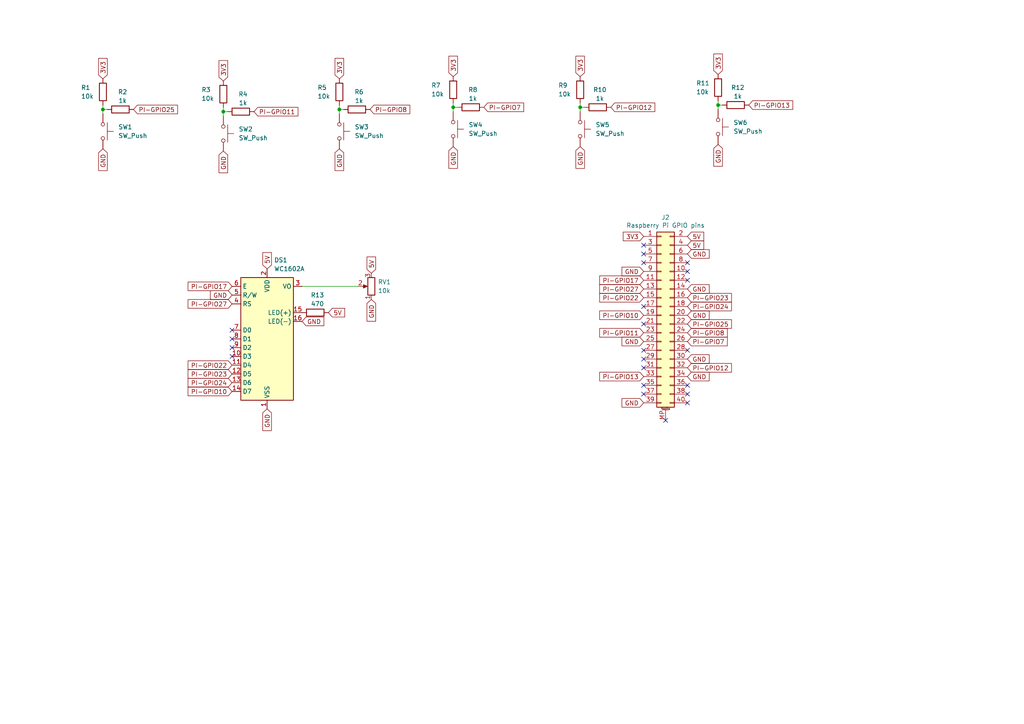
<source format=kicad_sch>
(kicad_sch (version 20211123) (generator eeschema)
  (paper "A4")
  (title_block (title "Edrumulus Prototype 5 (ESP32) Front Panel") (rev "0.1") (comment 1 "DISCLAIMER: Use at your own risk.") (comment 2 "Raspberry Pi hat design."))
  (lib_symbols
    (symbol "Connector_Generic_MountingPin:Conn_02x20_Odd_Even_MountingPin" (pin_names (offset 1.016) hide)
      (property "Reference" "J" (at 1.27 25.4 0))
      (property "Value" "Conn_02x20_Odd_Even_MountingPin" (at 2.54 -27.94 0))
      (symbol "Conn_02x20_Odd_Even_MountingPin_1_1"
        (rectangle (start -1.27 -25.273) (end 0 -25.527) (stroke (width 0.1524)))
        (rectangle (start -1.27 -22.733) (end 0 -22.987) (stroke (width 0.1524)))
        (rectangle (start -1.27 -20.193) (end 0 -20.447) (stroke (width 0.1524)))
        (rectangle (start -1.27 -17.653) (end 0 -17.907) (stroke (width 0.1524)))
        (rectangle (start -1.27 -15.113) (end 0 -15.367) (stroke (width 0.1524)))
        (rectangle (start -1.27 -12.573) (end 0 -12.827) (stroke (width 0.1524)))
        (rectangle (start -1.27 -10.033) (end 0 -10.287) (stroke (width 0.1524)))
        (rectangle (start -1.27 -7.493) (end 0 -7.747) (stroke (width 0.1524)))
        (rectangle (start -1.27 -4.953) (end 0 -5.207) (stroke (width 0.1524)))
        (rectangle (start -1.27 -2.413) (end 0 -2.667) (stroke (width 0.1524)))
        (rectangle (start -1.27 0.127) (end 0 -0.127) (stroke (width 0.1524)))
        (rectangle (start -1.27 2.667) (end 0 2.413) (stroke (width 0.1524)))
        (rectangle (start -1.27 5.207) (end 0 4.953) (stroke (width 0.1524)))
        (rectangle (start -1.27 7.747) (end 0 7.493) (stroke (width 0.1524)))
        (rectangle (start -1.27 10.287) (end 0 10.033) (stroke (width 0.1524)))
        (rectangle (start -1.27 12.827) (end 0 12.573) (stroke (width 0.1524)))
        (rectangle (start -1.27 15.367) (end 0 15.113) (stroke (width 0.1524)))
        (rectangle (start -1.27 17.907) (end 0 17.653) (stroke (width 0.1524)))
        (rectangle (start -1.27 20.447) (end 0 20.193) (stroke (width 0.1524)))
        (rectangle (start -1.27 22.987) (end 0 22.733) (stroke (width 0.1524)))
        (rectangle (start -1.27 24.13) (end 3.81 -26.67) (stroke (width 0.254)) (fill (type background)))
        (polyline (pts (xy 0.254 -27.432) (xy 2.286 -27.432)) (stroke (width 0.1524)))
        (rectangle (start 3.81 -25.273) (end 2.54 -25.527) (stroke (width 0.1524)))
        (rectangle (start 3.81 -22.733) (end 2.54 -22.987) (stroke (width 0.1524)))
        (rectangle (start 3.81 -20.193) (end 2.54 -20.447) (stroke (width 0.1524)))
        (rectangle (start 3.81 -17.653) (end 2.54 -17.907) (stroke (width 0.1524)))
        (rectangle (start 3.81 -15.113) (end 2.54 -15.367) (stroke (width 0.1524)))
        (rectangle (start 3.81 -12.573) (end 2.54 -12.827) (stroke (width 0.1524)))
        (rectangle (start 3.81 -10.033) (end 2.54 -10.287) (stroke (width 0.1524)))
        (rectangle (start 3.81 -7.493) (end 2.54 -7.747) (stroke (width 0.1524)))
        (rectangle (start 3.81 -4.953) (end 2.54 -5.207) (stroke (width 0.1524)))
        (rectangle (start 3.81 -2.413) (end 2.54 -2.667) (stroke (width 0.1524)))
        (rectangle (start 3.81 0.127) (end 2.54 -0.127) (stroke (width 0.1524)))
        (rectangle (start 3.81 2.667) (end 2.54 2.413) (stroke (width 0.1524)))
        (rectangle (start 3.81 5.207) (end 2.54 4.953) (stroke (width 0.1524)))
        (rectangle (start 3.81 7.747) (end 2.54 7.493) (stroke (width 0.1524)))
        (rectangle (start 3.81 10.287) (end 2.54 10.033) (stroke (width 0.1524)))
        (rectangle (start 3.81 12.827) (end 2.54 12.573) (stroke (width 0.1524)))
        (rectangle (start 3.81 15.367) (end 2.54 15.113) (stroke (width 0.1524)))
        (rectangle (start 3.81 17.907) (end 2.54 17.653) (stroke (width 0.1524)))
        (rectangle (start 3.81 20.447) (end 2.54 20.193) (stroke (width 0.1524)))
        (rectangle (start 3.81 22.987) (end 2.54 22.733) (stroke (width 0.1524)))
        (text "Mounting" (at 1.27 -27.051 0) (effects (font (size 0.381 0.381))))
        (pin passive line (at -5.08 22.86 0) (length 3.81) (name "Pin_1") (number "1"))
        (pin passive line (at 7.62 12.7 180) (length 3.81) (name "Pin_10") (number "10"))
        (pin passive line (at -5.08 10.16 0) (length 3.81) (name "Pin_11") (number "11"))
        (pin passive line (at 7.62 10.16 180) (length 3.81) (name "Pin_12") (number "12"))
        (pin passive line (at -5.08 7.62 0) (length 3.81) (name "Pin_13") (number "13"))
        (pin passive line (at 7.62 7.62 180) (length 3.81) (name "Pin_14") (number "14"))
        (pin passive line (at -5.08 5.08 0) (length 3.81) (name "Pin_15") (number "15"))
        (pin passive line (at 7.62 5.08 180) (length 3.81) (name "Pin_16") (number "16"))
        (pin passive line (at -5.08 2.54 0) (length 3.81) (name "Pin_17") (number "17"))
        (pin passive line (at 7.62 2.54 180) (length 3.81) (name "Pin_18") (number "18"))
        (pin passive line (at -5.08 0 0) (length 3.81) (name "Pin_19") (number "19"))
        (pin passive line (at 7.62 22.86 180) (length 3.81) (name "Pin_2") (number "2"))
        (pin passive line (at 7.62 0 180) (length 3.81) (name "Pin_20") (number "20"))
        (pin passive line (at -5.08 -2.54 0) (length 3.81) (name "Pin_21") (number "21"))
        (pin passive line (at 7.62 -2.54 180) (length 3.81) (name "Pin_22") (number "22"))
        (pin passive line (at -5.08 -5.08 0) (length 3.81) (name "Pin_23") (number "23"))
        (pin passive line (at 7.62 -5.08 180) (length 3.81) (name "Pin_24") (number "24"))
        (pin passive line (at -5.08 -7.62 0) (length 3.81) (name "Pin_25") (number "25"))
        (pin passive line (at 7.62 -7.62 180) (length 3.81) (name "Pin_26") (number "26"))
        (pin passive line (at -5.08 -10.16 0) (length 3.81) (name "Pin_27") (number "27"))
        (pin passive line (at 7.62 -10.16 180) (length 3.81) (name "Pin_28") (number "28"))
        (pin passive line (at -5.08 -12.7 0) (length 3.81) (name "Pin_29") (number "29"))
        (pin passive line (at -5.08 20.32 0) (length 3.81) (name "Pin_3") (number "3"))
        (pin passive line (at 7.62 -12.7 180) (length 3.81) (name "Pin_30") (number "30"))
        (pin passive line (at -5.08 -15.24 0) (length 3.81) (name "Pin_31") (number "31"))
        (pin passive line (at 7.62 -15.24 180) (length 3.81) (name "Pin_32") (number "32"))
        (pin passive line (at -5.08 -17.78 0) (length 3.81) (name "Pin_33") (number "33"))
        (pin passive line (at 7.62 -17.78 180) (length 3.81) (name "Pin_34") (number "34"))
        (pin passive line (at -5.08 -20.32 0) (length 3.81) (name "Pin_35") (number "35"))
        (pin passive line (at 7.62 -20.32 180) (length 3.81) (name "Pin_36") (number "36"))
        (pin passive line (at -5.08 -22.86 0) (length 3.81) (name "Pin_37") (number "37"))
        (pin passive line (at 7.62 -22.86 180) (length 3.81) (name "Pin_38") (number "38"))
        (pin passive line (at -5.08 -25.4 0) (length 3.81) (name "Pin_39") (number "39"))
        (pin passive line (at 7.62 20.32 180) (length 3.81) (name "Pin_4") (number "4"))
        (pin passive line (at 7.62 -25.4 180) (length 3.81) (name "Pin_40") (number "40"))
        (pin passive line (at -5.08 17.78 0) (length 3.81) (name "Pin_5") (number "5"))
        (pin passive line (at 7.62 17.78 180) (length 3.81) (name "Pin_6") (number "6"))
        (pin passive line (at -5.08 15.24 0) (length 3.81) (name "Pin_7") (number "7"))
        (pin passive line (at 7.62 15.24 180) (length 3.81) (name "Pin_8") (number "8"))
        (pin passive line (at -5.08 12.7 0) (length 3.81) (name "Pin_9") (number "9"))
        (pin passive line (at 1.27 -30.48 90) (length 3.048) (name "MountPin") (number "MP"))
      )
    )
    (symbol "Device:R" (pin_numbers hide) (pin_names (offset 0))
      (property "Reference" "R" (at 2.032 0 90))
      (property "Value" "R" (at 0 0 90))
      (symbol "R_0_1"
        (rectangle (start -1.016 -2.54) (end 1.016 2.54) (stroke (width 0.254)))
      )
      (symbol "R_1_1"
        (pin passive line (at 0 3.81 270) (length 1.27) (name "~") (number "1"))
        (pin passive line (at 0 -3.81 90) (length 1.27) (name "~") (number "2"))
      )
    )
    (symbol "Device:R_Potentiometer" (pin_names (offset 1.016) hide)
      (property "Reference" "RV" (at -4.445 0 90))
      (property "Value" "R_Potentiometer" (at -2.54 0 90))
      (symbol "R_Potentiometer_0_1"
        (polyline (pts (xy 2.54 0) (xy 1.524 0)))
        (polyline (pts (xy 1.143 0) (xy 2.286 0.508) (xy 2.286 -0.508) (xy 1.143 0)) (fill (type outline)))
        (rectangle (start 1.016 2.54) (end -1.016 -2.54) (stroke (width 0.254)))
      )
      (symbol "R_Potentiometer_1_1"
        (pin passive line (at 0 3.81 270) (length 1.27) (name "1") (number "1"))
        (pin passive line (at 3.81 0 180) (length 1.27) (name "2") (number "2"))
        (pin passive line (at 0 -3.81 90) (length 1.27) (name "3") (number "3"))
      )
    )
    (symbol "Display_Character:WC1602A"
      (property "Reference" "DS" (at -5.842 19.05 0))
      (property "Value" "WC1602A" (at 5.334 19.05 0))
      (symbol "WC1602A_1_1"
        (rectangle (start -7.62 17.78) (end 7.62 -17.78) (stroke (width 0.254)) (fill (type background)))
        (pin power_in line (at 0 -20.32 90) (length 2.54) (name "VSS") (number "1"))
        (pin input line (at -10.16 -5.08 0) (length 2.54) (name "D3") (number "10"))
        (pin input line (at -10.16 -7.62 0) (length 2.54) (name "D4") (number "11"))
        (pin input line (at -10.16 -10.16 0) (length 2.54) (name "D5") (number "12"))
        (pin input line (at -10.16 -12.7 0) (length 2.54) (name "D6") (number "13"))
        (pin input line (at -10.16 -15.24 0) (length 2.54) (name "D7") (number "14"))
        (pin power_in line (at 10.16 7.62 180) (length 2.54) (name "LED(+)") (number "15"))
        (pin power_in line (at 10.16 5.08 180) (length 2.54) (name "LED(-)") (number "16"))
        (pin power_in line (at 0 20.32 270) (length 2.54) (name "VDD") (number "2"))
        (pin input line (at 10.16 15.24 180) (length 2.54) (name "VO") (number "3"))
        (pin input line (at -10.16 10.16 0) (length 2.54) (name "RS") (number "4"))
        (pin input line (at -10.16 12.7 0) (length 2.54) (name "R/W") (number "5"))
        (pin input line (at -10.16 15.24 0) (length 2.54) (name "E") (number "6"))
        (pin input line (at -10.16 2.54 0) (length 2.54) (name "D0") (number "7"))
        (pin input line (at -10.16 0 0) (length 2.54) (name "D1") (number "8"))
        (pin input line (at -10.16 -2.54 0) (length 2.54) (name "D2") (number "9"))
      )
    )
    (symbol "Switch:SW_Push" (pin_numbers hide) (pin_names (offset 1.016) hide)
      (property "Reference" "SW" (at 1.27 2.54 0))
      (property "Value" "SW_Push" (at 0 -1.524 0))
      (symbol "SW_Push_0_1"
        (circle (center -2.032 0) (radius 0.508))
        (polyline (pts (xy 0 1.27) (xy 0 3.048)))
        (polyline (pts (xy 2.54 1.27) (xy -2.54 1.27)))
        (circle (center 2.032 0) (radius 0.508))
        (pin passive line (at -5.08 0 0) (length 2.54) (name "1") (number "1"))
        (pin passive line (at 5.08 0 180) (length 2.54) (name "2") (number "2"))
      )
    )
  )
  (junction (at 29.845 31.75))
  (junction (at 98.425 31.75))
  (junction (at 208.28 30.48))
  (junction (at 168.275 31.115))
  (junction (at 64.77 32.385))
  (junction (at 131.445 31.115))
  (no_connect (at 199.39 111.76))
  (no_connect (at 186.69 76.2))
  (no_connect (at 186.69 71.12))
  (no_connect (at 199.39 101.6))
  (no_connect (at 186.69 101.6))
  (no_connect (at 193.04 121.92))
  (no_connect (at 186.69 93.98))
  (no_connect (at 186.69 114.3))
  (no_connect (at 199.39 78.74))
  (no_connect (at 67.31 95.758))
  (no_connect (at 67.31 98.298))
  (no_connect (at 67.31 100.838))
  (no_connect (at 67.31 103.378))
  (no_connect (at 199.39 116.84))
  (no_connect (at 186.69 104.14))
  (no_connect (at 199.39 81.28))
  (no_connect (at 199.39 114.3))
  (no_connect (at 199.39 76.2))
  (no_connect (at 186.69 73.66))
  (no_connect (at 186.69 106.68))
  (no_connect (at 186.69 88.9))
  (no_connect (at 186.69 111.76))
  (wire (pts (xy 98.425 31.75) (xy 98.425 33.02)))
  (wire (pts (xy 98.425 30.48) (xy 98.425 31.75)))
  (wire (pts (xy 208.28 30.48) (xy 208.28 31.75)))
  (wire (pts (xy 131.445 31.115) (xy 132.715 31.115)))
  (wire (pts (xy 208.28 29.21) (xy 208.28 30.48)))
  (wire (pts (xy 168.275 31.115) (xy 168.275 32.385)))
  (wire (pts (xy 87.63 83.058) (xy 103.886 83.058)))
  (wire (pts (xy 29.845 31.75) (xy 29.845 33.02)))
  (wire (pts (xy 29.845 30.48) (xy 29.845 31.75)))
  (wire (pts (xy 208.28 30.48) (xy 209.55 30.48)))
  (wire (pts (xy 131.445 29.845) (xy 131.445 31.115)))
  (wire (pts (xy 168.275 29.845) (xy 168.275 31.115)))
  (wire (pts (xy 29.845 31.75) (xy 31.115 31.75)))
  (wire (pts (xy 131.445 31.115) (xy 131.445 32.385)))
  (wire (pts (xy 64.77 32.385) (xy 66.04 32.385)))
  (wire (pts (xy 98.425 31.75) (xy 99.695 31.75)))
  (wire (pts (xy 64.77 32.385) (xy 64.77 33.655)))
  (wire (pts (xy 168.275 31.115) (xy 169.545 31.115)))
  (wire (pts (xy 64.77 31.115) (xy 64.77 32.385)))
  (global_label "3V3" (shape input) (at 208.28 21.59 90) (property "Referenzen zwischen Schaltplänen" "${INTERSHEET_REFS}" (effects hide)))
  (global_label "GND" (shape input) (at 77.47 118.618 270) (property "Referenzen zwischen Schaltplänen" "${INTERSHEET_REFS}" (effects hide)))
  (global_label "PI-GPIO10" (shape input) (at 67.31 113.538 180) (property "Referenzen zwischen Schaltplänen" "${INTERSHEET_REFS}" (effects hide)))
  (global_label "PI-GPIO7" (shape input) (at 140.335 31.115 0) (property "Referenzen zwischen Schaltplänen" "${INTERSHEET_REFS}" (effects hide)))
  (global_label "PI-GPIO23" (shape input) (at 199.39 86.36 0) (property "Referenzen zwischen Schaltplänen" "${INTERSHEET_REFS}" (effects hide)))
  (global_label "5V" (shape input) (at 199.39 68.58 0) (property "Referenzen zwischen Schaltplänen" "${INTERSHEET_REFS}" (effects hide)))
  (global_label "PI-GPIO7" (shape input) (at 199.39 99.06 0) (property "Referenzen zwischen Schaltplänen" "${INTERSHEET_REFS}" (effects hide)))
  (global_label "5V" (shape input) (at 95.25 90.678 0) (property "Referenzen zwischen Schaltplänen" "${INTERSHEET_REFS}" (effects hide)))
  (global_label "3V3" (shape input) (at 168.275 22.225 90) (property "Referenzen zwischen Schaltplänen" "${INTERSHEET_REFS}" (effects hide)))
  (global_label "PI-GPIO13" (shape input) (at 217.17 30.48 0) (property "Referenzen zwischen Schaltplänen" "${INTERSHEET_REFS}" (effects hide)))
  (global_label "PI-GPIO27" (shape input) (at 67.31 88.138 180) (property "Referenzen zwischen Schaltplänen" "${INTERSHEET_REFS}" (effects hide)))
  (global_label "GND" (shape input) (at 199.39 83.82 0) (property "Referenzen zwischen Schaltplänen" "${INTERSHEET_REFS}" (effects hide)))
  (global_label "GND" (shape input) (at 98.425 43.18 270) (property "Referenzen zwischen Schaltplänen" "${INTERSHEET_REFS}" (effects hide)))
  (global_label "GND" (shape input) (at 168.275 42.545 270) (property "Referenzen zwischen Schaltplänen" "${INTERSHEET_REFS}" (effects hide)))
  (global_label "GND" (shape input) (at 186.69 99.06 180) (property "Referenzen zwischen Schaltplänen" "${INTERSHEET_REFS}" (effects hide)))
  (global_label "PI-GPIO12" (shape input) (at 177.165 31.115 0) (property "Referenzen zwischen Schaltplänen" "${INTERSHEET_REFS}" (effects hide)))
  (global_label "5V" (shape input) (at 199.39 71.12 0) (property "Referenzen zwischen Schaltplänen" "${INTERSHEET_REFS}" (effects hide)))
  (global_label "PI-GPIO27" (shape input) (at 186.69 83.82 180) (property "Referenzen zwischen Schaltplänen" "${INTERSHEET_REFS}" (effects hide)))
  (global_label "PI-GPIO25" (shape input) (at 199.39 93.98 0) (property "Referenzen zwischen Schaltplänen" "${INTERSHEET_REFS}" (effects hide)))
  (global_label "PI-GPIO25" (shape input) (at 38.735 31.75 0) (property "Referenzen zwischen Schaltplänen" "${INTERSHEET_REFS}" (effects hide)))
  (global_label "PI-GPIO24" (shape input) (at 199.39 88.9 0) (property "Referenzen zwischen Schaltplänen" "${INTERSHEET_REFS}" (effects hide)))
  (global_label "PI-GPIO22" (shape input) (at 186.69 86.36 180) (property "Referenzen zwischen Schaltplänen" "${INTERSHEET_REFS}" (effects hide)))
  (global_label "GND" (shape input) (at 186.69 116.84 180) (property "Referenzen zwischen Schaltplänen" "${INTERSHEET_REFS}" (effects hide)))
  (global_label "3V3" (shape input) (at 186.69 68.58 180) (property "Referenzen zwischen Schaltplänen" "${INTERSHEET_REFS}" (effects hide)))
  (global_label "GND" (shape input) (at 87.63 93.218 0) (property "Referenzen zwischen Schaltplänen" "${INTERSHEET_REFS}" (effects hide)))
  (global_label "PI-GPIO17" (shape input) (at 67.31 83.058 180) (property "Referenzen zwischen Schaltplänen" "${INTERSHEET_REFS}" (effects hide)))
  (global_label "3V3" (shape input) (at 98.425 22.86 90) (property "Referenzen zwischen Schaltplänen" "${INTERSHEET_REFS}" (effects hide)))
  (global_label "3V3" (shape input) (at 131.445 22.225 90) (property "Referenzen zwischen Schaltplänen" "${INTERSHEET_REFS}" (effects hide)))
  (global_label "GND" (shape input) (at 208.28 41.91 270) (property "Referenzen zwischen Schaltplänen" "${INTERSHEET_REFS}" (effects hide)))
  (global_label "PI-GPIO8" (shape input) (at 107.315 31.75 0) (property "Referenzen zwischen Schaltplänen" "${INTERSHEET_REFS}" (effects hide)))
  (global_label "PI-GPIO24" (shape input) (at 67.31 110.998 180) (property "Referenzen zwischen Schaltplänen" "${INTERSHEET_REFS}" (effects hide)))
  (global_label "5V" (shape input) (at 107.696 79.248 90) (property "Referenzen zwischen Schaltplänen" "${INTERSHEET_REFS}" (effects hide)))
  (global_label "GND" (shape input) (at 199.39 73.66 0) (property "Referenzen zwischen Schaltplänen" "${INTERSHEET_REFS}" (effects hide)))
  (global_label "PI-GPIO11" (shape input) (at 73.66 32.385 0) (property "Referenzen zwischen Schaltplänen" "${INTERSHEET_REFS}" (effects hide)))
  (global_label "PI-GPIO10" (shape input) (at 186.69 91.44 180) (property "Referenzen zwischen Schaltplänen" "${INTERSHEET_REFS}" (effects hide)))
  (global_label "GND" (shape input) (at 29.845 43.18 270) (property "Referenzen zwischen Schaltplänen" "${INTERSHEET_REFS}" (effects hide)))
  (global_label "GND" (shape input) (at 199.39 91.44 0) (property "Referenzen zwischen Schaltplänen" "${INTERSHEET_REFS}" (effects hide)))
  (global_label "PI-GPIO22" (shape input) (at 67.31 105.918 180) (property "Referenzen zwischen Schaltplänen" "${INTERSHEET_REFS}" (effects hide)))
  (global_label "PI-GPIO11" (shape input) (at 186.69 96.52 180) (property "Referenzen zwischen Schaltplänen" "${INTERSHEET_REFS}" (effects hide)))
  (global_label "GND" (shape input) (at 186.69 78.74 180) (property "Referenzen zwischen Schaltplänen" "${INTERSHEET_REFS}" (effects hide)))
  (global_label "PI-GPIO8" (shape input) (at 199.39 96.52 0) (property "Referenzen zwischen Schaltplänen" "${INTERSHEET_REFS}" (effects hide)))
  (global_label "GND" (shape input) (at 64.77 43.815 270) (property "Referenzen zwischen Schaltplänen" "${INTERSHEET_REFS}" (effects hide)))
  (global_label "3V3" (shape input) (at 64.77 23.495 90) (property "Referenzen zwischen Schaltplänen" "${INTERSHEET_REFS}" (effects hide)))
  (global_label "GND" (shape input) (at 199.39 109.22 0) (property "Referenzen zwischen Schaltplänen" "${INTERSHEET_REFS}" (effects hide)))
  (global_label "GND" (shape input) (at 67.31 85.598 180) (property "Referenzen zwischen Schaltplänen" "${INTERSHEET_REFS}" (effects hide)))
  (global_label "PI-GPIO12" (shape input) (at 199.39 106.68 0) (property "Referenzen zwischen Schaltplänen" "${INTERSHEET_REFS}" (effects hide)))
  (global_label "3V3" (shape input) (at 29.845 22.86 90) (property "Referenzen zwischen Schaltplänen" "${INTERSHEET_REFS}" (effects hide)))
  (global_label "PI-GPIO13" (shape input) (at 186.69 109.22 180) (property "Referenzen zwischen Schaltplänen" "${INTERSHEET_REFS}" (effects hide)))
  (global_label "PI-GPIO23" (shape input) (at 67.31 108.458 180) (property "Referenzen zwischen Schaltplänen" "${INTERSHEET_REFS}" (effects hide)))
  (global_label "PI-GPIO17" (shape input) (at 186.69 81.28 180) (property "Referenzen zwischen Schaltplänen" "${INTERSHEET_REFS}" (effects hide)))
  (global_label "5V" (shape input) (at 77.47 77.978 90) (property "Referenzen zwischen Schaltplänen" "${INTERSHEET_REFS}" (effects hide)))
  (global_label "GND" (shape input) (at 199.39 104.14 0) (property "Referenzen zwischen Schaltplänen" "${INTERSHEET_REFS}" (effects hide)))
  (global_label "GND" (shape input) (at 131.445 42.545 270) (property "Referenzen zwischen Schaltplänen" "${INTERSHEET_REFS}" (effects hide)))
  (global_label "GND" (shape input) (at 107.696 86.868 270) (property "Referenzen zwischen Schaltplänen" "${INTERSHEET_REFS}" (effects hide)))
  (symbol (lib_id "Connector_Generic_MountingPin:Conn_02x20_Odd_Even_MountingPin") (at 191.77 91.44 0) (unit 1)
    (property "Reference" "J2" (at 193.04 63.0682 0))
    (property "Value" "Raspberry Pi GPIO pins" (at 193.04 65.3796 0))
    (property "Footprint" "Connector_PinHeader_2.54mm:PinHeader_2x20_P2.54mm_Vertical" (effects hide))
  )
  (symbol (lib_id "Switch:SW_Push") (at 168.275 37.465 270) (unit 1)
    (property "Reference" "SW5" (at 172.72 36.1949 90) (effects (justify left)))
    (property "Value" "SW_Push" (at 172.72 38.7349 90) (effects (justify left)))
    (property "Footprint" "Button_Switch_THT:SW_PUSH_6mm_H7.3mm" (effects hide))
  )
  (symbol (lib_id "Device:R") (at 173.355 31.115 90) (unit 1)
    (property "Reference" "R10" (at 173.99 26.035 90))
    (property "Value" "1k" (at 173.99 28.575 90))
    (property "Footprint" "Resistor_SMD:R_1206_3216Metric_Pad1.30x1.75mm_HandSolder" (effects hide))
  )
  (symbol (lib_id "Switch:SW_Push") (at 131.445 37.465 270) (unit 1)
    (property "Reference" "SW4" (at 135.89 36.1949 90) (effects (justify left)))
    (property "Value" "SW_Push" (at 135.89 38.7349 90) (effects (justify left)))
    (property "Footprint" "Button_Switch_THT:SW_PUSH_6mm_H7.3mm" (effects hide))
  )
  (symbol (lib_id "Device:R") (at 69.85 32.385 90) (unit 1)
    (property "Reference" "R4" (at 70.485 27.305 90))
    (property "Value" "1k" (at 70.485 29.845 90))
    (property "Footprint" "Resistor_SMD:R_1206_3216Metric_Pad1.30x1.75mm_HandSolder" (effects hide))
  )
  (symbol (lib_id "Device:R_Potentiometer") (at 107.696 83.058 180) (unit 1)
    (property "Reference" "RV1" (at 109.601 81.7879 0) (effects (justify right)))
    (property "Value" "10k" (at 109.601 84.3279 0) (effects (justify right)))
    (property "Footprint" "Potentiometer_THT:Potentiometer_ACP_CA9-H2,5_Horizontal" (effects hide))
  )
  (symbol (lib_id "Device:R") (at 208.28 25.4 0) (unit 1)
    (property "Reference" "R11" (at 201.93 24.13 0) (effects (justify left)))
    (property "Value" "10k" (at 201.93 26.67 0) (effects (justify left)))
    (property "Footprint" "Resistor_SMD:R_1206_3216Metric_Pad1.30x1.75mm_HandSolder" (effects hide))
  )
  (symbol (lib_id "Device:R") (at 103.505 31.75 90) (unit 1)
    (property "Reference" "R6" (at 104.14 26.67 90))
    (property "Value" "1k" (at 104.14 29.21 90))
    (property "Footprint" "Resistor_SMD:R_1206_3216Metric_Pad1.30x1.75mm_HandSolder" (effects hide))
  )
  (symbol (lib_id "Device:R") (at 136.525 31.115 90) (unit 1)
    (property "Reference" "R8" (at 137.16 26.035 90))
    (property "Value" "1k" (at 137.16 28.575 90))
    (property "Footprint" "Resistor_SMD:R_1206_3216Metric_Pad1.30x1.75mm_HandSolder" (effects hide))
  )
  (symbol (lib_id "Switch:SW_Push") (at 29.845 38.1 270) (unit 1)
    (property "Reference" "SW1" (at 34.29 36.8299 90) (effects (justify left)))
    (property "Value" "SW_Push" (at 34.29 39.3699 90) (effects (justify left)))
    (property "Footprint" "Button_Switch_THT:SW_PUSH_6mm_H7.3mm" (effects hide))
  )
  (symbol (lib_id "Device:R") (at 91.44 90.678 90) (unit 1)
    (property "Reference" "R13" (at 92.075 85.598 90))
    (property "Value" "470" (at 92.075 88.138 90))
    (property "Footprint" "Resistor_SMD:R_1206_3216Metric_Pad1.30x1.75mm_HandSolder" (effects hide))
  )
  (symbol (lib_id "Device:R") (at 64.77 27.305 0) (unit 1)
    (property "Reference" "R3" (at 58.42 26.035 0) (effects (justify left)))
    (property "Value" "10k" (at 58.42 28.575 0) (effects (justify left)))
    (property "Footprint" "Resistor_SMD:R_1206_3216Metric_Pad1.30x1.75mm_HandSolder" (effects hide))
  )
  (symbol (lib_id "Switch:SW_Push") (at 98.425 38.1 270) (unit 1)
    (property "Reference" "SW3" (at 102.87 36.8299 90) (effects (justify left)))
    (property "Value" "SW_Push" (at 102.87 39.3699 90) (effects (justify left)))
    (property "Footprint" "Button_Switch_THT:SW_PUSH_6mm_H7.3mm" (effects hide))
  )
  (symbol (lib_id "Device:R") (at 29.845 26.67 0) (unit 1)
    (property "Reference" "R1" (at 23.495 25.4 0) (effects (justify left)))
    (property "Value" "10k" (at 23.495 27.94 0) (effects (justify left)))
    (property "Footprint" "Resistor_SMD:R_1206_3216Metric_Pad1.30x1.75mm_HandSolder" (effects hide))
  )
  (symbol (lib_id "Device:R") (at 131.445 26.035 0) (unit 1)
    (property "Reference" "R7" (at 125.095 24.765 0) (effects (justify left)))
    (property "Value" "10k" (at 125.095 27.305 0) (effects (justify left)))
    (property "Footprint" "Resistor_SMD:R_1206_3216Metric_Pad1.30x1.75mm_HandSolder" (effects hide))
  )
  (symbol (lib_id "Device:R") (at 98.425 26.67 0) (unit 1)
    (property "Reference" "R5" (at 92.075 25.4 0) (effects (justify left)))
    (property "Value" "10k" (at 92.075 27.94 0) (effects (justify left)))
    (property "Footprint" "Resistor_SMD:R_1206_3216Metric_Pad1.30x1.75mm_HandSolder" (effects hide))
  )
  (symbol (lib_id "Switch:SW_Push") (at 208.28 36.83 270) (unit 1)
    (property "Reference" "SW6" (at 212.725 35.5599 90) (effects (justify left)))
    (property "Value" "SW_Push" (at 212.725 38.0999 90) (effects (justify left)))
    (property "Footprint" "Button_Switch_THT:SW_PUSH_6mm_H7.3mm" (effects hide))
  )
  (symbol (lib_id "Display_Character:WC1602A") (at 77.47 98.298 0) (unit 1)
    (property "Reference" "DS1" (at 79.4894 75.438 0) (effects (justify left)))
    (property "Value" "WC1602A" (at 79.4894 77.978 0) (effects (justify left)))
    (property "Footprint" "Display:WC1602A" (effects hide))
    (property "Datasheet" "http://www.wincomlcd.com/pdf/WC1602A-SFYLYHTC06.pdf" (effects hide))
  )
  (symbol (lib_id "Switch:SW_Push") (at 64.77 38.735 270) (unit 1)
    (property "Reference" "SW2" (at 69.215 37.4649 90) (effects (justify left)))
    (property "Value" "SW_Push" (at 69.215 40.0049 90) (effects (justify left)))
    (property "Footprint" "Button_Switch_THT:SW_PUSH_6mm_H7.3mm" (effects hide))
  )
  (symbol (lib_id "Device:R") (at 213.36 30.48 90) (unit 1)
    (property "Reference" "R12" (at 213.995 25.4 90))
    (property "Value" "1k" (at 213.995 27.94 90))
    (property "Footprint" "Resistor_SMD:R_1206_3216Metric_Pad1.30x1.75mm_HandSolder" (effects hide))
  )
  (symbol (lib_id "Device:R") (at 34.925 31.75 90) (unit 1)
    (property "Reference" "R2" (at 35.56 26.67 90))
    (property "Value" "1k" (at 35.56 29.21 90))
    (property "Footprint" "Resistor_SMD:R_1206_3216Metric_Pad1.30x1.75mm_HandSolder" (effects hide))
  )
  (symbol (lib_id "Device:R") (at 168.275 26.035 0) (unit 1)
    (property "Reference" "R9" (at 161.925 24.765 0) (effects (justify left)))
    (property "Value" "10k" (at 161.925 27.305 0) (effects (justify left)))
    (property "Footprint" "Resistor_SMD:R_1206_3216Metric_Pad1.30x1.75mm_HandSolder" (effects hide))
  )
)
</source>
